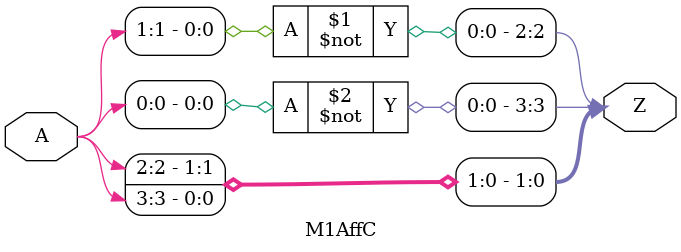
<source format=v>
module M1AffC(
    input  [3:0] A,
    output [3:0] Z
    );
    assign Z[0] = A[3];
    assign Z[1] = A[2];
    assign Z[2] = ~A[1];
    assign Z[3] = ~A[0];
endmodule

</source>
